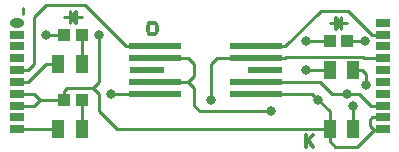
<source format=gbr>
G04 #@! TF.GenerationSoftware,KiCad,Pcbnew,(5.0.0)*
G04 #@! TF.CreationDate,2019-04-19T16:07:06+03:00*
G04 #@! TF.ProjectId,Rs485_adapter,52733438355F616461707465722E6B69,rev?*
G04 #@! TF.SameCoordinates,Original*
G04 #@! TF.FileFunction,Copper,L1,Top,Signal*
G04 #@! TF.FilePolarity,Positive*
%FSLAX46Y46*%
G04 Gerber Fmt 4.6, Leading zero omitted, Abs format (unit mm)*
G04 Created by KiCad (PCBNEW (5.0.0)) date 04/19/19 16:07:06*
%MOMM*%
%LPD*%
G01*
G04 APERTURE LIST*
G04 #@! TA.AperFunction,NonConductor*
%ADD10C,0.300000*%
G04 #@! TD*
G04 #@! TA.AperFunction,ComponentPad*
%ADD11O,1.200000X0.800000*%
G04 #@! TD*
G04 #@! TA.AperFunction,ComponentPad*
%ADD12R,1.200000X0.800000*%
G04 #@! TD*
G04 #@! TA.AperFunction,SMDPad,CuDef*
%ADD13R,4.500000X0.500000*%
G04 #@! TD*
G04 #@! TA.AperFunction,SMDPad,CuDef*
%ADD14R,3.000000X0.500000*%
G04 #@! TD*
G04 #@! TA.AperFunction,SMDPad,CuDef*
%ADD15R,1.000000X1.000000*%
G04 #@! TD*
G04 #@! TA.AperFunction,SMDPad,CuDef*
%ADD16R,1.000000X1.500000*%
G04 #@! TD*
G04 #@! TA.AperFunction,ViaPad*
%ADD17C,0.800000*%
G04 #@! TD*
G04 #@! TA.AperFunction,Conductor*
%ADD18C,0.250000*%
G04 #@! TD*
G04 APERTURE END LIST*
D10*
X159000000Y-95978571D02*
X159000000Y-96978571D01*
X159142857Y-96407142D02*
X159571428Y-96978571D01*
X159571428Y-95978571D02*
X159000000Y-96550000D01*
X145892857Y-87478571D02*
X145750000Y-87407142D01*
X145678571Y-87335714D01*
X145607142Y-87192857D01*
X145607142Y-86764285D01*
X145678571Y-86621428D01*
X145750000Y-86550000D01*
X145892857Y-86478571D01*
X146107142Y-86478571D01*
X146250000Y-86550000D01*
X146321428Y-86621428D01*
X146392857Y-86764285D01*
X146392857Y-87192857D01*
X146321428Y-87335714D01*
X146250000Y-87407142D01*
X146107142Y-87478571D01*
X145892857Y-87478571D01*
D11*
G04 #@! TO.P,A1,1A*
G04 #@! TO.N,Net-(A1-Pad1A)*
X134500000Y-86500000D03*
D12*
G04 #@! TO.P,A1,1B*
G04 #@! TO.N,Net-(A1-Pad1B)*
X165500000Y-95500000D03*
G04 #@! TO.P,A1,2A*
G04 #@! TO.N,Net-(A1-Pad2A)*
X134500000Y-87500000D03*
G04 #@! TO.P,A1,3A*
G04 #@! TO.N,Net-(A1-Pad3A)*
X134500000Y-88500000D03*
G04 #@! TO.P,A1,4A*
G04 #@! TO.N,Net-(A1-Pad4A)*
X134500000Y-89500000D03*
G04 #@! TO.P,A1,5A*
G04 #@! TO.N,Net-(A1-Pad5A)*
X134500000Y-90500000D03*
G04 #@! TO.P,A1,6A*
G04 #@! TO.N,Net-(A1-Pad6A)*
X134500000Y-91500000D03*
G04 #@! TO.P,A1,7A*
G04 #@! TO.N,Net-(A1-Pad1B)*
X134500000Y-92500000D03*
G04 #@! TO.P,A1,8A*
X134500000Y-93500000D03*
G04 #@! TO.P,A1,9A*
G04 #@! TO.N,Net-(A1-Pad9A)*
X134500000Y-94500000D03*
G04 #@! TO.P,A1,10A*
G04 #@! TO.N,Net-(A1-Pad10A)*
X134500000Y-95500000D03*
G04 #@! TO.P,A1,2B*
G04 #@! TO.N,Net-(A1-Pad1B)*
X165500000Y-94500000D03*
G04 #@! TO.P,A1,3B*
G04 #@! TO.N,Net-(A1-Pad3B)*
X165500000Y-93500000D03*
G04 #@! TO.P,A1,4B*
G04 #@! TO.N,Net-(A1-Pad4B)*
X165500000Y-92500000D03*
G04 #@! TO.P,A1,5B*
G04 #@! TO.N,Net-(A1-Pad5B)*
X165500000Y-91500000D03*
G04 #@! TO.P,A1,6B*
G04 #@! TO.N,Net-(A1-Pad6B)*
X165500000Y-90500000D03*
G04 #@! TO.P,A1,7B*
G04 #@! TO.N,Net-(A1-Pad4B)*
X165500000Y-89500000D03*
G04 #@! TO.P,A1,8B*
G04 #@! TO.N,Net-(A1-Pad3B)*
X165500000Y-88500000D03*
G04 #@! TO.P,A1,9B*
G04 #@! TO.N,Net-(A1-Pad9B)*
X165500000Y-87500000D03*
G04 #@! TO.P,A1,10B*
G04 #@! TO.N,Net-(A1-Pad10B)*
X165500000Y-86500000D03*
G04 #@! TD*
D13*
G04 #@! TO.P,DD1,1*
G04 #@! TO.N,Net-(A1-Pad5A)*
X146250000Y-88500000D03*
G04 #@! TO.P,DD1,2*
G04 #@! TO.N,Net-(A1-Pad6B)*
X146250000Y-89500000D03*
D14*
G04 #@! TO.P,DD1,*
G04 #@! TO.N,*
X145500000Y-90500000D03*
D13*
G04 #@! TO.P,DD1,3*
G04 #@! TO.N,Net-(A1-Pad6B)*
X146250000Y-91500000D03*
G04 #@! TO.P,DD1,4*
G04 #@! TO.N,Net-(A1-Pad4A)*
X146250000Y-92500000D03*
G04 #@! TO.P,DD1,8*
G04 #@! TO.N,Net-(A1-Pad9B)*
X154750000Y-88500000D03*
G04 #@! TO.P,DD1,7*
G04 #@! TO.N,Net-(A1-Pad4B)*
X154750000Y-89500000D03*
D14*
G04 #@! TO.P,DD1,*
G04 #@! TO.N,*
X155500000Y-90500000D03*
D13*
G04 #@! TO.P,DD1,6*
G04 #@! TO.N,Net-(A1-Pad3B)*
X154750000Y-91500000D03*
G04 #@! TO.P,DD1,5*
G04 #@! TO.N,Net-(A1-Pad1B)*
X154750000Y-92500000D03*
G04 #@! TD*
D15*
G04 #@! TO.P,HL1,2*
G04 #@! TO.N,Net-(A1-Pad1B)*
X138500000Y-93000000D03*
G04 #@! TO.P,HL1,1*
G04 #@! TO.N,Net-(HL1-Pad1)*
X140000000Y-93000000D03*
G04 #@! TD*
G04 #@! TO.P,HL2,1*
G04 #@! TO.N,Net-(HL2-Pad1)*
X140000000Y-87500000D03*
G04 #@! TO.P,HL2,2*
G04 #@! TO.N,Net-(A1-Pad1B)*
X138500000Y-87500000D03*
G04 #@! TD*
G04 #@! TO.P,HL3,1*
G04 #@! TO.N,Net-(HL3-Pad1)*
X161000000Y-88000000D03*
G04 #@! TO.P,HL3,2*
G04 #@! TO.N,Net-(A1-Pad1B)*
X162500000Y-88000000D03*
G04 #@! TD*
D16*
G04 #@! TO.P,R1,2*
G04 #@! TO.N,Net-(A1-Pad1B)*
X161000000Y-95500000D03*
G04 #@! TO.P,R1,1*
G04 #@! TO.N,Net-(A1-Pad6B)*
X163000000Y-95500000D03*
G04 #@! TD*
G04 #@! TO.P,R2,2*
G04 #@! TO.N,Net-(A1-Pad10A)*
X138000000Y-95500000D03*
G04 #@! TO.P,R2,1*
G04 #@! TO.N,Net-(HL1-Pad1)*
X140000000Y-95500000D03*
G04 #@! TD*
G04 #@! TO.P,R3,1*
G04 #@! TO.N,Net-(HL2-Pad1)*
X140000000Y-90000000D03*
G04 #@! TO.P,R3,2*
G04 #@! TO.N,Net-(A1-Pad6A)*
X138000000Y-90000000D03*
G04 #@! TD*
G04 #@! TO.P,R4,1*
G04 #@! TO.N,Net-(A1-Pad6B)*
X163000000Y-90500000D03*
G04 #@! TO.P,R4,2*
G04 #@! TO.N,Net-(HL3-Pad1)*
X161000000Y-90500000D03*
G04 #@! TD*
D17*
G04 #@! TO.N,Net-(A1-Pad1B)*
X141500000Y-87500000D03*
X137000000Y-87500000D03*
X164000000Y-88000000D03*
X160000000Y-93000000D03*
G04 #@! TO.N,Net-(A1-Pad4A)*
X142500000Y-92500000D03*
G04 #@! TO.N,Net-(A1-Pad3B)*
X162500000Y-92500000D03*
G04 #@! TO.N,Net-(A1-Pad4B)*
X151000000Y-93000000D03*
G04 #@! TO.N,Net-(A1-Pad6B)*
X163000000Y-93500000D03*
X156000000Y-94000000D03*
X164100000Y-91800000D03*
G04 #@! TO.N,Net-(HL3-Pad1)*
X159000000Y-90500000D03*
X159000000Y-88000000D03*
G04 #@! TD*
D18*
G04 #@! TO.N,*
X140000000Y-86000000D02*
X139000000Y-86000000D01*
X139500000Y-86500000D02*
X139500000Y-85500000D01*
X139500000Y-85500000D02*
X139000000Y-86000000D01*
X139000000Y-86000000D02*
X138500000Y-86000000D01*
X139500000Y-86500000D02*
X139000000Y-86000000D01*
X161000001Y-86500000D02*
X161999999Y-86500000D01*
X161500000Y-86000001D02*
X161500000Y-86999999D01*
X161500000Y-86999999D02*
X161999999Y-86500000D01*
X161999999Y-86500000D02*
X162500000Y-86500000D01*
X161500000Y-86000001D02*
X161999999Y-86500000D01*
X135000000Y-85250000D02*
X135000000Y-85750000D01*
X162000000Y-86000000D02*
X162000000Y-87000000D01*
X139000000Y-85500000D02*
X139000000Y-86500000D01*
G04 #@! TO.N,Net-(A1-Pad1B)*
X154750000Y-92500000D02*
X159500000Y-92500000D01*
X161000000Y-94000000D02*
X161000000Y-95500000D01*
X161000000Y-95500000D02*
X161000000Y-96500000D01*
X161000000Y-96500000D02*
X161500000Y-97000000D01*
X134500000Y-92500000D02*
X136000000Y-92500000D01*
X136500000Y-93000000D02*
X138500000Y-93000000D01*
X136000000Y-92500000D02*
X136500000Y-93000000D01*
X134500000Y-93500000D02*
X136000000Y-93500000D01*
X136000000Y-93500000D02*
X136500000Y-93000000D01*
X138500000Y-92250000D02*
X138750000Y-92000000D01*
X138500000Y-93000000D02*
X138500000Y-92250000D01*
X138750000Y-92000000D02*
X141000000Y-92000000D01*
X141000000Y-92000000D02*
X141500000Y-91500000D01*
X141500000Y-91500000D02*
X141500000Y-87500000D01*
X137000000Y-87500000D02*
X138500000Y-87500000D01*
X143000000Y-95500000D02*
X161000000Y-95500000D01*
X141500000Y-94000000D02*
X143000000Y-95500000D01*
X141000000Y-92000000D02*
X141500000Y-92500000D01*
X141500000Y-92500000D02*
X141500000Y-94000000D01*
X162500000Y-88000000D02*
X164000000Y-88000000D01*
X159500000Y-92500000D02*
X160000000Y-93000000D01*
X160000000Y-93000000D02*
X161000000Y-94000000D01*
X163335002Y-97000000D02*
X164800000Y-95535002D01*
X162900000Y-97000000D02*
X163335002Y-97000000D01*
X161500000Y-97000000D02*
X162900000Y-97000000D01*
X164800000Y-95535002D02*
X164735002Y-95535002D01*
X164735002Y-95535002D02*
X164400000Y-95200000D01*
X164400000Y-95200000D02*
X164400000Y-94700000D01*
X164600000Y-94500000D02*
X165099990Y-94500000D01*
X164400000Y-94700000D02*
X164600000Y-94500000D01*
X164735002Y-95535002D02*
X165099990Y-95535002D01*
G04 #@! TO.N,Net-(A1-Pad4A)*
X142500000Y-92500000D02*
X146250000Y-92500000D01*
G04 #@! TO.N,Net-(A1-Pad5A)*
X146250000Y-88500000D02*
X143750000Y-88500000D01*
X143750000Y-88500000D02*
X140250000Y-85000000D01*
X140250000Y-85000000D02*
X137000000Y-85000000D01*
X137000000Y-85000000D02*
X136000000Y-86000000D01*
X136000000Y-88800000D02*
X136000000Y-90000000D01*
X136000000Y-86000000D02*
X136000000Y-88800000D01*
X135500000Y-90500000D02*
X134900010Y-90500000D01*
X136000000Y-90000000D02*
X135500000Y-90500000D01*
G04 #@! TO.N,Net-(A1-Pad6A)*
X138000000Y-90000000D02*
X137000000Y-90000000D01*
X135500000Y-91500000D02*
X134500000Y-91500000D01*
X137000000Y-90000000D02*
X135500000Y-91500000D01*
G04 #@! TO.N,Net-(A1-Pad10A)*
X138000000Y-95500000D02*
X134500000Y-95500000D01*
G04 #@! TO.N,Net-(A1-Pad3B)*
X163065685Y-92500000D02*
X162500000Y-92500000D01*
X161934315Y-92500000D02*
X162500000Y-92500000D01*
X161164998Y-92500000D02*
X161934315Y-92500000D01*
X160164998Y-91500000D02*
X161164998Y-92500000D01*
X154750000Y-91500000D02*
X160164998Y-91500000D01*
X163200000Y-92500000D02*
X163500000Y-92500000D01*
X163200000Y-92500000D02*
X163065685Y-92500000D01*
X164500000Y-93500000D02*
X165099990Y-93500000D01*
X163500000Y-92500000D02*
X164500000Y-93500000D01*
G04 #@! TO.N,Net-(A1-Pad4B)*
X157250000Y-89500000D02*
X154750000Y-89500000D01*
X157325001Y-89424999D02*
X157250000Y-89500000D01*
X151000000Y-93000000D02*
X151000000Y-90000000D01*
X151000000Y-90000000D02*
X151500000Y-89500000D01*
X151500000Y-89500000D02*
X154750000Y-89500000D01*
X163400000Y-89424999D02*
X163824999Y-89424999D01*
X163400000Y-89424999D02*
X157325001Y-89424999D01*
X163900000Y-89500000D02*
X165099990Y-89500000D01*
X163824999Y-89424999D02*
X163900000Y-89500000D01*
G04 #@! TO.N,Net-(A1-Pad6B)*
X163000000Y-93500000D02*
X163000000Y-95500000D01*
X149000000Y-91500000D02*
X146250000Y-91500000D01*
X149500000Y-92000000D02*
X149000000Y-91500000D01*
X149000000Y-91500000D02*
X149500000Y-91000000D01*
X149500000Y-91000000D02*
X149500000Y-90000000D01*
X149500000Y-90000000D02*
X149000000Y-89500000D01*
X149000000Y-89500000D02*
X146250000Y-89500000D01*
X150000000Y-94000000D02*
X149500000Y-93500000D01*
X156000000Y-94000000D02*
X150000000Y-94000000D01*
X149500000Y-93500000D02*
X149500000Y-92000000D01*
X163750000Y-90500000D02*
X164100000Y-90850000D01*
X163000000Y-90500000D02*
X163750000Y-90500000D01*
X164100000Y-90850000D02*
X164100000Y-91800000D01*
G04 #@! TO.N,Net-(A1-Pad9B)*
X157250000Y-88500000D02*
X160250000Y-85500000D01*
X154750000Y-88500000D02*
X157250000Y-88500000D01*
X162200000Y-85500000D02*
X162600000Y-85500000D01*
X160250000Y-85500000D02*
X162200000Y-85500000D01*
X164600000Y-87500000D02*
X165099990Y-87500000D01*
X162600000Y-85500000D02*
X164600000Y-87500000D01*
G04 #@! TO.N,Net-(HL1-Pad1)*
X140000000Y-95500000D02*
X140000000Y-93000000D01*
G04 #@! TO.N,Net-(HL2-Pad1)*
X140000000Y-90000000D02*
X140000000Y-87500000D01*
G04 #@! TO.N,Net-(HL3-Pad1)*
X161000000Y-90500000D02*
X159000000Y-90500000D01*
X159000000Y-88000000D02*
X161000000Y-88000000D01*
G04 #@! TD*
M02*

</source>
